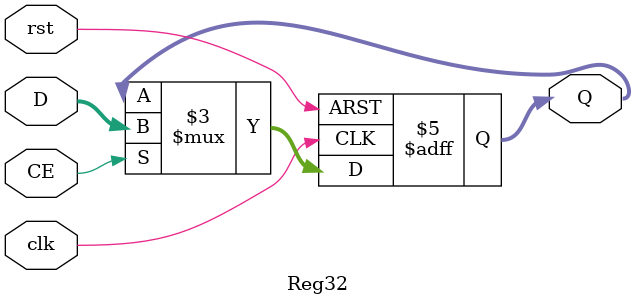
<source format=v>
`timescale 1ns / 1ps


module Reg32(
    input clk,
    input rst,
    input CE,
    input [31:0] D,
    output reg [31:0] Q
    );

always @(posedge clk or posedge rst) begin
    if (rst==1) Q <= 0;
    else if (CE) Q <= D;
end

endmodule

</source>
